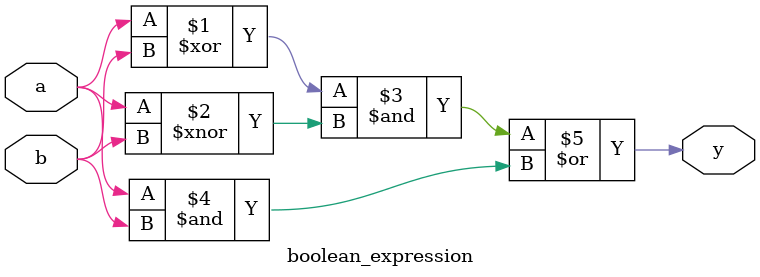
<source format=v>
`timescale 1ns / 1ps


module boolean_expression(
input a, b,
    output y
    );
assign y = (a ^ b) & (a ~^ b) | (a & b);
endmodule

</source>
